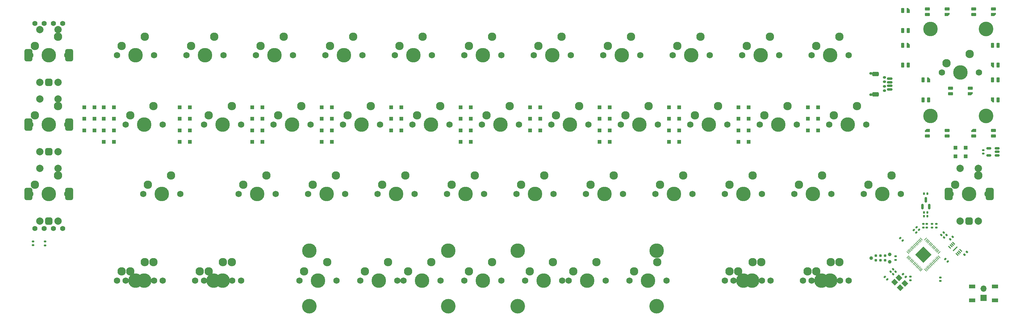
<source format=gbr>
%TF.GenerationSoftware,KiCad,Pcbnew,8.0.5*%
%TF.CreationDate,2024-11-01T20:36:06+01:00*%
%TF.ProjectId,eurovISOn,6575726f-7649-4534-9f6e-2e6b69636164,rev?*%
%TF.SameCoordinates,Original*%
%TF.FileFunction,Soldermask,Bot*%
%TF.FilePolarity,Negative*%
%FSLAX46Y46*%
G04 Gerber Fmt 4.6, Leading zero omitted, Abs format (unit mm)*
G04 Created by KiCad (PCBNEW 8.0.5) date 2024-11-01 20:36:06*
%MOMM*%
%LPD*%
G01*
G04 APERTURE LIST*
G04 Aperture macros list*
%AMRoundRect*
0 Rectangle with rounded corners*
0 $1 Rounding radius*
0 $2 $3 $4 $5 $6 $7 $8 $9 X,Y pos of 4 corners*
0 Add a 4 corners polygon primitive as box body*
4,1,4,$2,$3,$4,$5,$6,$7,$8,$9,$2,$3,0*
0 Add four circle primitives for the rounded corners*
1,1,$1+$1,$2,$3*
1,1,$1+$1,$4,$5*
1,1,$1+$1,$6,$7*
1,1,$1+$1,$8,$9*
0 Add four rect primitives between the rounded corners*
20,1,$1+$1,$2,$3,$4,$5,0*
20,1,$1+$1,$4,$5,$6,$7,0*
20,1,$1+$1,$6,$7,$8,$9,0*
20,1,$1+$1,$8,$9,$2,$3,0*%
%AMRotRect*
0 Rectangle, with rotation*
0 The origin of the aperture is its center*
0 $1 length*
0 $2 width*
0 $3 Rotation angle, in degrees counterclockwise*
0 Add horizontal line*
21,1,$1,$2,0,0,$3*%
%AMFreePoly0*
4,1,18,-0.410000,0.593000,-0.403758,0.624380,-0.385983,0.650983,-0.359380,0.668758,-0.328000,0.675000,0.328000,0.675000,0.359380,0.668758,0.385983,0.650983,0.403758,0.624380,0.410000,0.593000,0.410000,-0.593000,0.403758,-0.624380,0.385983,-0.650983,0.359380,-0.668758,0.328000,-0.675000,0.000000,-0.675000,-0.410000,-0.265000,-0.410000,0.593000,-0.410000,0.593000,$1*%
G04 Aperture macros list end*
%ADD10C,1.750000*%
%ADD11C,3.987800*%
%ADD12C,2.300000*%
%ADD13C,1.397000*%
%ADD14C,4.000000*%
%ADD15C,2.000000*%
%ADD16RoundRect,0.500000X0.500000X-0.500000X0.500000X0.500000X-0.500000X0.500000X-0.500000X-0.500000X0*%
%ADD17RoundRect,0.550000X0.550000X-1.150000X0.550000X1.150000X-0.550000X1.150000X-0.550000X-1.150000X0*%
%ADD18RoundRect,0.150000X0.150000X-0.587500X0.150000X0.587500X-0.150000X0.587500X-0.150000X-0.587500X0*%
%ADD19RoundRect,0.250000X0.300000X0.300000X-0.300000X0.300000X-0.300000X-0.300000X0.300000X-0.300000X0*%
%ADD20RoundRect,0.140000X-0.219203X-0.021213X-0.021213X-0.219203X0.219203X0.021213X0.021213X0.219203X0*%
%ADD21RoundRect,0.082000X-0.328000X-0.593000X0.328000X-0.593000X0.328000X0.593000X-0.328000X0.593000X0*%
%ADD22FreePoly0,0.000000*%
%ADD23RoundRect,0.140000X0.219203X0.021213X0.021213X0.219203X-0.219203X-0.021213X-0.021213X-0.219203X0*%
%ADD24RoundRect,0.082000X-0.593000X0.328000X-0.593000X-0.328000X0.593000X-0.328000X0.593000X0.328000X0*%
%ADD25FreePoly0,270.000000*%
%ADD26RoundRect,0.250000X-0.300000X-0.300000X0.300000X-0.300000X0.300000X0.300000X-0.300000X0.300000X0*%
%ADD27RoundRect,0.082000X0.328000X0.593000X-0.328000X0.593000X-0.328000X-0.593000X0.328000X-0.593000X0*%
%ADD28FreePoly0,180.000000*%
%ADD29RoundRect,0.140000X-0.170000X0.140000X-0.170000X-0.140000X0.170000X-0.140000X0.170000X0.140000X0*%
%ADD30C,0.990600*%
%ADD31C,0.787400*%
%ADD32RoundRect,0.135000X-0.185000X0.135000X-0.185000X-0.135000X0.185000X-0.135000X0.185000X0.135000X0*%
%ADD33RoundRect,0.150000X0.625000X-0.150000X0.625000X0.150000X-0.625000X0.150000X-0.625000X-0.150000X0*%
%ADD34RoundRect,0.250000X0.650000X-0.350000X0.650000X0.350000X-0.650000X0.350000X-0.650000X-0.350000X0*%
%ADD35RoundRect,0.050000X0.309359X-0.238649X-0.238649X0.309359X-0.309359X0.238649X0.238649X-0.309359X0*%
%ADD36RoundRect,0.050000X0.309359X0.238649X0.238649X0.309359X-0.309359X-0.238649X-0.238649X-0.309359X0*%
%ADD37RoundRect,0.144000X2.059095X0.000000X0.000000X2.059095X-2.059095X0.000000X0.000000X-2.059095X0*%
%ADD38RoundRect,0.140000X0.170000X-0.140000X0.170000X0.140000X-0.170000X0.140000X-0.170000X-0.140000X0*%
%ADD39RoundRect,0.082000X0.593000X-0.328000X0.593000X0.328000X-0.593000X0.328000X-0.593000X-0.328000X0*%
%ADD40FreePoly0,90.000000*%
%ADD41RoundRect,0.150000X0.512500X0.150000X-0.512500X0.150000X-0.512500X-0.150000X0.512500X-0.150000X0*%
%ADD42RoundRect,0.140000X0.021213X-0.219203X0.219203X-0.021213X-0.021213X0.219203X-0.219203X0.021213X0*%
%ADD43RoundRect,0.135000X0.185000X-0.135000X0.185000X0.135000X-0.185000X0.135000X-0.185000X-0.135000X0*%
%ADD44RoundRect,0.140000X-0.140000X-0.170000X0.140000X-0.170000X0.140000X0.170000X-0.140000X0.170000X0*%
%ADD45RotRect,1.400000X1.200000X315.000000*%
%ADD46RoundRect,0.140000X0.140000X0.170000X-0.140000X0.170000X-0.140000X-0.170000X0.140000X-0.170000X0*%
%ADD47RoundRect,0.135000X-0.226274X-0.035355X-0.035355X-0.226274X0.226274X0.035355X0.035355X0.226274X0*%
%ADD48RotRect,0.900000X0.300000X135.000000*%
%ADD49RotRect,1.650000X0.250000X45.000000*%
%ADD50RoundRect,0.150000X0.275000X-0.150000X0.275000X0.150000X-0.275000X0.150000X-0.275000X-0.150000X0*%
%ADD51RoundRect,0.175000X0.225000X-0.175000X0.225000X0.175000X-0.225000X0.175000X-0.225000X-0.175000X0*%
%ADD52R,1.700000X1.700000*%
%ADD53O,1.700000X1.700000*%
%ADD54RoundRect,0.140000X-0.021213X0.219203X-0.219203X0.021213X0.021213X-0.219203X0.219203X-0.021213X0*%
%ADD55RoundRect,0.135000X0.035355X-0.226274X0.226274X-0.035355X-0.035355X0.226274X-0.226274X0.035355X0*%
%ADD56R,1.700000X1.000000*%
G04 APERTURE END LIST*
D10*
%TO.C,MX49*%
X107632500Y-93662500D03*
D11*
X112712500Y-93662500D03*
D10*
X117792500Y-93662500D03*
D12*
X108902500Y-91122500D03*
X115252500Y-88582500D03*
%TD*%
D10*
%TO.C,MX3*%
X60007500Y-31750000D03*
D11*
X65087500Y-31750000D03*
D10*
X70167500Y-31750000D03*
D12*
X61277500Y-29210000D03*
X67627500Y-26670000D03*
%TD*%
D10*
%TO.C,MX18*%
X102870000Y-50800000D03*
D11*
X107950000Y-50800000D03*
D10*
X113030000Y-50800000D03*
D12*
X104140000Y-48260000D03*
X110490000Y-45720000D03*
%TD*%
D10*
%TO.C,MX43*%
X152876250Y-93662500D03*
D11*
X157956250Y-93662500D03*
D10*
X163036250Y-93662500D03*
D12*
X154146250Y-91122500D03*
X160496250Y-88582500D03*
%TD*%
D10*
%TO.C,MX12*%
X231457500Y-31750000D03*
D11*
X236537500Y-31750000D03*
D10*
X241617500Y-31750000D03*
D12*
X232727500Y-29210000D03*
X239077500Y-26670000D03*
%TD*%
D10*
%TO.C,MX33*%
X169545000Y-69850000D03*
D11*
X174625000Y-69850000D03*
D10*
X179705000Y-69850000D03*
D12*
X170815000Y-67310000D03*
X177165000Y-64770000D03*
%TD*%
D10*
%TO.C,MX4*%
X79057500Y-31750000D03*
D11*
X84137500Y-31750000D03*
D10*
X89217500Y-31750000D03*
D12*
X80327500Y-29210000D03*
X86677500Y-26670000D03*
%TD*%
D13*
%TO.C,OL2*%
X18415000Y-79375000D03*
X20955000Y-79375000D03*
X23495000Y-79375000D03*
X26035000Y-79375000D03*
%TD*%
D10*
%TO.C,MX51*%
X207645000Y-93662500D03*
D11*
X212725000Y-93662500D03*
D10*
X217805000Y-93662500D03*
D12*
X208915000Y-91122500D03*
X215265000Y-88582500D03*
%TD*%
D10*
%TO.C,MX24*%
X217170000Y-50800000D03*
D11*
X222250000Y-50800000D03*
D10*
X227330000Y-50800000D03*
D12*
X218440000Y-48260000D03*
X224790000Y-45720000D03*
%TD*%
D10*
%TO.C,MX13*%
X267176250Y-36512500D03*
D11*
X272256250Y-36512500D03*
D10*
X277336250Y-36512500D03*
D12*
X268446250Y-33972500D03*
X274796250Y-31432500D03*
%TD*%
D11*
%TO.C,S1*%
X264001250Y-24606250D03*
X264001250Y-48418750D03*
D14*
X279241250Y-24606250D03*
X279241250Y-48418750D03*
%TD*%
D10*
%TO.C,MX48*%
X62388750Y-93662500D03*
D11*
X67468750Y-93662500D03*
D10*
X72548750Y-93662500D03*
D12*
X63658750Y-91122500D03*
X70008750Y-88582500D03*
%TD*%
D10*
%TO.C,MX27*%
X48101250Y-69850000D03*
D11*
X53181250Y-69850000D03*
D10*
X58261250Y-69850000D03*
D12*
X49371250Y-67310000D03*
X55721250Y-64770000D03*
%TD*%
D15*
%TO.C,SW3*%
X19725000Y-39250000D03*
X24725000Y-39250000D03*
D16*
X22225000Y-39250000D03*
D17*
X16625000Y-31750000D03*
X27825000Y-31750000D03*
D15*
X24725000Y-24750000D03*
X19725000Y-24750000D03*
%TD*%
D10*
%TO.C,MX38*%
X269557500Y-69850000D03*
D11*
X274637500Y-69850000D03*
D10*
X279717500Y-69850000D03*
D12*
X270827500Y-67310000D03*
X277177500Y-64770000D03*
%TD*%
D15*
%TO.C,SW6*%
X19725000Y-77350000D03*
X24725000Y-77350000D03*
D16*
X22225000Y-77350000D03*
D17*
X16625000Y-69850000D03*
X27825000Y-69850000D03*
D15*
X24725000Y-62850000D03*
X19725000Y-62850000D03*
%TD*%
D10*
%TO.C,MX34*%
X188595000Y-69850000D03*
D11*
X193675000Y-69850000D03*
D10*
X198755000Y-69850000D03*
D12*
X189865000Y-67310000D03*
X196215000Y-64770000D03*
%TD*%
D10*
%TO.C,MX14*%
X17145000Y-50800000D03*
D11*
X22225000Y-50800000D03*
D10*
X27305000Y-50800000D03*
D12*
X18415000Y-48260000D03*
X24765000Y-45720000D03*
%TD*%
D10*
%TO.C,MX2*%
X40957500Y-31750000D03*
D11*
X46037500Y-31750000D03*
D10*
X51117500Y-31750000D03*
D12*
X42227500Y-29210000D03*
X48577500Y-26670000D03*
%TD*%
D10*
%TO.C,MX52*%
X229076250Y-93662500D03*
D11*
X234156250Y-93662500D03*
D10*
X239236250Y-93662500D03*
D12*
X230346250Y-91122500D03*
X236696250Y-88582500D03*
%TD*%
D14*
%TO.C,S3*%
X188912500Y-100647500D03*
D11*
X188912500Y-85407500D03*
D14*
X150812500Y-100647500D03*
D11*
X150812500Y-85407500D03*
%TD*%
D10*
%TO.C,MX53*%
X164782500Y-93662500D03*
D11*
X169862500Y-93662500D03*
D10*
X174942500Y-93662500D03*
D12*
X166052500Y-91122500D03*
X172402500Y-88582500D03*
%TD*%
D10*
%TO.C,MX23*%
X198120000Y-50800000D03*
D11*
X203200000Y-50800000D03*
D10*
X208280000Y-50800000D03*
D12*
X199390000Y-48260000D03*
X205740000Y-45720000D03*
%TD*%
D10*
%TO.C,MX47*%
X40957500Y-93662500D03*
D11*
X46037500Y-93662500D03*
D10*
X51117500Y-93662500D03*
D12*
X42227500Y-91122500D03*
X48577500Y-88582500D03*
%TD*%
D10*
%TO.C,MX31*%
X131445000Y-69850000D03*
D11*
X136525000Y-69850000D03*
D10*
X141605000Y-69850000D03*
D12*
X132715000Y-67310000D03*
X139065000Y-64770000D03*
%TD*%
D15*
%TO.C,SW4*%
X19725000Y-58300000D03*
X24725000Y-58300000D03*
D16*
X22225000Y-58300000D03*
D17*
X16625000Y-50800000D03*
X27825000Y-50800000D03*
D15*
X24725000Y-43800000D03*
X19725000Y-43800000D03*
%TD*%
D10*
%TO.C,MX11*%
X212407500Y-31750000D03*
D11*
X217487500Y-31750000D03*
D10*
X222567500Y-31750000D03*
D12*
X213677500Y-29210000D03*
X220027500Y-26670000D03*
%TD*%
D10*
%TO.C,MX40*%
X64770000Y-93662500D03*
D11*
X69850000Y-93662500D03*
D10*
X74930000Y-93662500D03*
D12*
X66040000Y-91122500D03*
X72390000Y-88582500D03*
%TD*%
D10*
%TO.C,MX42*%
X119538750Y-93662500D03*
D11*
X124618750Y-93662500D03*
D10*
X129698750Y-93662500D03*
D12*
X120808750Y-91122500D03*
X127158750Y-88582500D03*
%TD*%
D10*
%TO.C,MX50*%
X136207500Y-93662500D03*
D11*
X141287500Y-93662500D03*
D10*
X146367500Y-93662500D03*
D12*
X137477500Y-91122500D03*
X143827500Y-88582500D03*
%TD*%
D10*
%TO.C,MX5*%
X98107500Y-31750000D03*
D11*
X103187500Y-31750000D03*
D10*
X108267500Y-31750000D03*
D12*
X99377500Y-29210000D03*
X105727500Y-26670000D03*
%TD*%
D10*
%TO.C,MX17*%
X83820000Y-50800000D03*
D11*
X88900000Y-50800000D03*
D10*
X93980000Y-50800000D03*
D12*
X85090000Y-48260000D03*
X91440000Y-45720000D03*
%TD*%
D10*
%TO.C,MX9*%
X174307500Y-31750000D03*
D11*
X179387500Y-31750000D03*
D10*
X184467500Y-31750000D03*
D12*
X175577500Y-29210000D03*
X181927500Y-26670000D03*
%TD*%
D10*
%TO.C,MX16*%
X64770000Y-50800000D03*
D11*
X69850000Y-50800000D03*
D10*
X74930000Y-50800000D03*
D12*
X66040000Y-48260000D03*
X72390000Y-45720000D03*
%TD*%
D10*
%TO.C,MX37*%
X245745000Y-69850000D03*
D11*
X250825000Y-69850000D03*
D10*
X255905000Y-69850000D03*
D12*
X247015000Y-67310000D03*
X253365000Y-64770000D03*
%TD*%
D10*
%TO.C,MX25*%
X236220000Y-50800000D03*
D11*
X241300000Y-50800000D03*
D10*
X246380000Y-50800000D03*
D12*
X237490000Y-48260000D03*
X243840000Y-45720000D03*
%TD*%
D14*
%TO.C,S2*%
X131762500Y-100647500D03*
D11*
X131762500Y-85407500D03*
D14*
X93662500Y-100647500D03*
D11*
X93662500Y-85407500D03*
%TD*%
D10*
%TO.C,MX28*%
X74295000Y-69850000D03*
D11*
X79375000Y-69850000D03*
D10*
X84455000Y-69850000D03*
D12*
X75565000Y-67310000D03*
X81915000Y-64770000D03*
%TD*%
D10*
%TO.C,MX39*%
X43338750Y-93662500D03*
D11*
X48418750Y-93662500D03*
D10*
X53498750Y-93662500D03*
D12*
X44608750Y-91122500D03*
X50958750Y-88582500D03*
%TD*%
D10*
%TO.C,MX26*%
X17145000Y-69850000D03*
D11*
X22225000Y-69850000D03*
D10*
X27305000Y-69850000D03*
D12*
X18415000Y-67310000D03*
X24765000Y-64770000D03*
%TD*%
D13*
%TO.C,OL1*%
X26035000Y-23018750D03*
X23495000Y-23018750D03*
X20955000Y-23018750D03*
X18415000Y-23018750D03*
%TD*%
D14*
%TO.C,S4*%
X188912500Y-100647500D03*
D11*
X188912500Y-85407500D03*
D14*
X93662500Y-100647500D03*
D11*
X93662500Y-85407500D03*
%TD*%
D10*
%TO.C,MX22*%
X179070000Y-50800000D03*
D11*
X184150000Y-50800000D03*
D10*
X189230000Y-50800000D03*
D12*
X180340000Y-48260000D03*
X186690000Y-45720000D03*
%TD*%
D10*
%TO.C,MX36*%
X226695000Y-69850000D03*
D11*
X231775000Y-69850000D03*
D10*
X236855000Y-69850000D03*
D12*
X227965000Y-67310000D03*
X234315000Y-64770000D03*
%TD*%
D10*
%TO.C,MX8*%
X155257500Y-31750000D03*
D11*
X160337500Y-31750000D03*
D10*
X165417500Y-31750000D03*
D12*
X156527500Y-29210000D03*
X162877500Y-26670000D03*
%TD*%
D10*
%TO.C,MX10*%
X193357500Y-31750000D03*
D11*
X198437500Y-31750000D03*
D10*
X203517500Y-31750000D03*
D12*
X194627500Y-29210000D03*
X200977500Y-26670000D03*
%TD*%
D10*
%TO.C,MX44*%
X181451250Y-93662500D03*
D11*
X186531250Y-93662500D03*
D10*
X191611250Y-93662500D03*
D12*
X182721250Y-91122500D03*
X189071250Y-88582500D03*
%TD*%
D10*
%TO.C,MX32*%
X150495000Y-69850000D03*
D11*
X155575000Y-69850000D03*
D10*
X160655000Y-69850000D03*
D12*
X151765000Y-67310000D03*
X158115000Y-64770000D03*
%TD*%
D10*
%TO.C,MX45*%
X210026250Y-93662500D03*
D11*
X215106250Y-93662500D03*
D10*
X220186250Y-93662500D03*
D12*
X211296250Y-91122500D03*
X217646250Y-88582500D03*
%TD*%
D10*
%TO.C,MX41*%
X90963750Y-93662500D03*
D11*
X96043750Y-93662500D03*
D10*
X101123750Y-93662500D03*
D12*
X92233750Y-91122500D03*
X98583750Y-88582500D03*
%TD*%
D10*
%TO.C,MX46*%
X231457500Y-93662500D03*
D11*
X236537500Y-93662500D03*
D10*
X241617500Y-93662500D03*
D12*
X232727500Y-91122500D03*
X239077500Y-88582500D03*
%TD*%
D10*
%TO.C,MX35*%
X207645000Y-69850000D03*
D11*
X212725000Y-69850000D03*
D10*
X217805000Y-69850000D03*
D12*
X208915000Y-67310000D03*
X215265000Y-64770000D03*
%TD*%
D10*
%TO.C,MX21*%
X160020000Y-50800000D03*
D11*
X165100000Y-50800000D03*
D10*
X170180000Y-50800000D03*
D12*
X161290000Y-48260000D03*
X167640000Y-45720000D03*
%TD*%
D10*
%TO.C,MX20*%
X140970000Y-50800000D03*
D11*
X146050000Y-50800000D03*
D10*
X151130000Y-50800000D03*
D12*
X142240000Y-48260000D03*
X148590000Y-45720000D03*
%TD*%
D10*
%TO.C,MX15*%
X43338750Y-50800000D03*
D11*
X48418750Y-50800000D03*
D10*
X53498750Y-50800000D03*
D12*
X44608750Y-48260000D03*
X50958750Y-45720000D03*
%TD*%
D10*
%TO.C,MX29*%
X93345000Y-69850000D03*
D11*
X98425000Y-69850000D03*
D10*
X103505000Y-69850000D03*
D12*
X94615000Y-67310000D03*
X100965000Y-64770000D03*
%TD*%
D10*
%TO.C,MX30*%
X112395000Y-69850000D03*
D11*
X117475000Y-69850000D03*
D10*
X122555000Y-69850000D03*
D12*
X113665000Y-67310000D03*
X120015000Y-64770000D03*
%TD*%
D10*
%TO.C,MX1*%
X17145000Y-31750000D03*
D11*
X22225000Y-31750000D03*
D10*
X27305000Y-31750000D03*
D12*
X18415000Y-29210000D03*
X24765000Y-26670000D03*
%TD*%
D15*
%TO.C,SW5*%
X272137500Y-77350000D03*
X277137500Y-77350000D03*
D16*
X274637500Y-77350000D03*
D17*
X269037500Y-69850000D03*
X280237500Y-69850000D03*
D15*
X277137500Y-62850000D03*
X272137500Y-62850000D03*
%TD*%
D10*
%TO.C,MX19*%
X121920000Y-50800000D03*
D11*
X127000000Y-50800000D03*
D10*
X132080000Y-50800000D03*
D12*
X123190000Y-48260000D03*
X129540000Y-45720000D03*
%TD*%
D10*
%TO.C,MX6*%
X117157500Y-31750000D03*
D11*
X122237500Y-31750000D03*
D10*
X127317500Y-31750000D03*
D12*
X118427500Y-29210000D03*
X124777500Y-26670000D03*
%TD*%
D10*
%TO.C,MX7*%
X136207500Y-31750000D03*
D11*
X141287500Y-31750000D03*
D10*
X146367500Y-31750000D03*
D12*
X137477500Y-29210000D03*
X143827500Y-26670000D03*
%TD*%
D18*
%TO.C,U4*%
X263681250Y-73312500D03*
X261781250Y-73312500D03*
X262731250Y-71437500D03*
%TD*%
D19*
%TO.C,D3*%
X60931250Y-46037500D03*
X58131250Y-46037500D03*
%TD*%
D20*
%TO.C,C3*%
X251460141Y-92668543D03*
X252138963Y-93347365D03*
%TD*%
D21*
%TO.C,LED2*%
X282531250Y-38550000D03*
X281031250Y-38550000D03*
X282531250Y-44000000D03*
D22*
X281031250Y-44000000D03*
%TD*%
D19*
%TO.C,D40*%
X60931250Y-55562500D03*
X58131250Y-55562500D03*
%TD*%
D23*
%TO.C,C9*%
X260853629Y-79683280D03*
X260174807Y-79004458D03*
%TD*%
D24*
%TO.C,LED1*%
X281331250Y-53931250D03*
X281331250Y-52431250D03*
X275881250Y-53931250D03*
D25*
X275881250Y-52431250D03*
%TD*%
D19*
%TO.C,D33*%
X156975000Y-52387500D03*
X154175000Y-52387500D03*
%TD*%
D26*
%TO.C,D14*%
X31937500Y-49212500D03*
X34737500Y-49212500D03*
%TD*%
%TO.C,D26*%
X31937500Y-52387500D03*
X34737500Y-52387500D03*
%TD*%
D27*
%TO.C,LED7*%
X256425000Y-34475000D03*
X257925000Y-34475000D03*
X256425000Y-29025000D03*
D28*
X257925000Y-29025000D03*
%TD*%
D29*
%TO.C,C2*%
X258514600Y-92592144D03*
X258514600Y-93552144D03*
%TD*%
D19*
%TO.C,D24*%
X214125000Y-49212500D03*
X211325000Y-49212500D03*
%TD*%
%TO.C,D42*%
X99825000Y-55562500D03*
X97025000Y-55562500D03*
%TD*%
D29*
%TO.C,C11*%
X266700000Y-92788750D03*
X266700000Y-93748750D03*
%TD*%
D19*
%TO.C,D23*%
X195075000Y-49212500D03*
X192275000Y-49212500D03*
%TD*%
%TO.C,D28*%
X60931250Y-52387500D03*
X58131250Y-52387500D03*
%TD*%
%TO.C,D6*%
X118875000Y-46037500D03*
X116075000Y-46037500D03*
%TD*%
D21*
%TO.C,LED3*%
X282531250Y-29025000D03*
X281031250Y-29025000D03*
X282531250Y-34475000D03*
D22*
X281031250Y-34475000D03*
%TD*%
D30*
%TO.C,J5*%
X247808750Y-87471250D03*
X252888750Y-86455250D03*
X252888750Y-88487250D03*
D31*
X249078750Y-86836250D03*
X249078750Y-88106250D03*
X250348750Y-86836250D03*
X250348750Y-88106250D03*
X251618750Y-86836250D03*
X251618750Y-88106250D03*
%TD*%
D32*
%TO.C,R5*%
X264475000Y-78071250D03*
X264475000Y-79091250D03*
%TD*%
D19*
%TO.C,D4*%
X80775000Y-46037500D03*
X77975000Y-46037500D03*
%TD*%
%TO.C,D7*%
X137925000Y-46037500D03*
X135125000Y-46037500D03*
%TD*%
%TO.C,D10*%
X195075000Y-46037500D03*
X192275000Y-46037500D03*
%TD*%
%TO.C,D9*%
X176025000Y-46037500D03*
X173225000Y-46037500D03*
%TD*%
D24*
%TO.C,LED9*%
X268631250Y-53931250D03*
X268631250Y-52431250D03*
X263181250Y-53931250D03*
D25*
X263181250Y-52431250D03*
%TD*%
D19*
%TO.C,D25*%
X233175000Y-49212500D03*
X230375000Y-49212500D03*
%TD*%
%TO.C,D22*%
X176025000Y-49212500D03*
X173225000Y-49212500D03*
%TD*%
D33*
%TO.C,J2*%
X252825000Y-41187500D03*
X252825000Y-40187500D03*
X252825000Y-39187500D03*
X252825000Y-38187500D03*
D34*
X248950000Y-42487500D03*
X248950000Y-36887500D03*
%TD*%
D35*
%TO.C,U3*%
X266362907Y-87110952D03*
X266080064Y-87393795D03*
X265797222Y-87676637D03*
X265514379Y-87959480D03*
X265231536Y-88242323D03*
X264948694Y-88525165D03*
X264665851Y-88808008D03*
X264383008Y-89090851D03*
X264100165Y-89373694D03*
X263817323Y-89656536D03*
X263534480Y-89939379D03*
X263251637Y-90222222D03*
X262968795Y-90505064D03*
X262685952Y-90787907D03*
D36*
X261501548Y-90787907D03*
X261218705Y-90505064D03*
X260935863Y-90222222D03*
X260653020Y-89939379D03*
X260370177Y-89656536D03*
X260087335Y-89373694D03*
X259804492Y-89090851D03*
X259521649Y-88808008D03*
X259238806Y-88525165D03*
X258955964Y-88242323D03*
X258673121Y-87959480D03*
X258390278Y-87676637D03*
X258107436Y-87393795D03*
X257824593Y-87110952D03*
D35*
X257824593Y-85926548D03*
X258107436Y-85643705D03*
X258390278Y-85360863D03*
X258673121Y-85078020D03*
X258955964Y-84795177D03*
X259238806Y-84512335D03*
X259521649Y-84229492D03*
X259804492Y-83946649D03*
X260087335Y-83663806D03*
X260370177Y-83380964D03*
X260653020Y-83098121D03*
X260935863Y-82815278D03*
X261218705Y-82532436D03*
X261501548Y-82249593D03*
D36*
X262685952Y-82249593D03*
X262968795Y-82532436D03*
X263251637Y-82815278D03*
X263534480Y-83098121D03*
X263817323Y-83380964D03*
X264100165Y-83663806D03*
X264383008Y-83946649D03*
X264665851Y-84229492D03*
X264948694Y-84512335D03*
X265231536Y-84795177D03*
X265514379Y-85078020D03*
X265797222Y-85360863D03*
X266080064Y-85643705D03*
X266362907Y-85926548D03*
D37*
X262093750Y-86518750D03*
%TD*%
D19*
%TO.C,D31*%
X118875000Y-52387500D03*
X116075000Y-52387500D03*
%TD*%
%TO.C,D12*%
X233175000Y-46037500D03*
X230375000Y-46037500D03*
%TD*%
D38*
%TO.C,C8*%
X262093750Y-79061250D03*
X262093750Y-78101250D03*
%TD*%
%TO.C,C1*%
X278473876Y-58774739D03*
X278473876Y-57814739D03*
%TD*%
D39*
%TO.C,LED10*%
X269531250Y-40850000D03*
X269531250Y-42350000D03*
X274981250Y-40850000D03*
D40*
X274981250Y-42350000D03*
%TD*%
D41*
%TO.C,U1*%
X282336376Y-57344739D03*
X282336376Y-58294739D03*
X282336376Y-59244739D03*
X280061376Y-59244739D03*
X280061376Y-57344739D03*
%TD*%
D42*
%TO.C,C18*%
X269409646Y-82283577D03*
X270088468Y-81604755D03*
%TD*%
D23*
%TO.C,C10*%
X260146324Y-80447636D03*
X259467502Y-79768814D03*
%TD*%
D39*
%TO.C,LED5*%
X263181250Y-19093750D03*
X263181250Y-20593750D03*
X268631250Y-19093750D03*
D40*
X268631250Y-20593750D03*
%TD*%
D43*
%TO.C,R1*%
X254493750Y-87981250D03*
X254493750Y-86961250D03*
%TD*%
D19*
%TO.C,D29*%
X80775000Y-52387500D03*
X77975000Y-52387500D03*
%TD*%
D44*
%TO.C,C16*%
X262251250Y-69800000D03*
X263211250Y-69800000D03*
%TD*%
D45*
%TO.C,Y1*%
X255408364Y-92877185D03*
X256963999Y-94432820D03*
X255761918Y-95634901D03*
X254206283Y-94079266D03*
%TD*%
D44*
%TO.C,C7*%
X262251250Y-74950000D03*
X263211250Y-74950000D03*
%TD*%
D42*
%TO.C,C15*%
X266971082Y-81108955D03*
X267649904Y-80430133D03*
%TD*%
D19*
%TO.C,D18*%
X99825000Y-49212500D03*
X97025000Y-49212500D03*
%TD*%
D46*
%TO.C,C17*%
X263211250Y-75943750D03*
X262251250Y-75943750D03*
%TD*%
D19*
%TO.C,D39*%
X40106250Y-55562500D03*
X37306250Y-55562500D03*
%TD*%
D47*
%TO.C,R6*%
X256492578Y-91898451D03*
X257213826Y-92619699D03*
%TD*%
D32*
%TO.C,R4*%
X265662500Y-78071250D03*
X265662500Y-79091250D03*
%TD*%
D19*
%TO.C,D8*%
X156975000Y-46037500D03*
X154175000Y-46037500D03*
%TD*%
%TO.C,D16*%
X60931250Y-49212500D03*
X58131250Y-49212500D03*
%TD*%
D48*
%TO.C,IC1*%
X272345280Y-85390869D03*
X271991726Y-85744423D03*
X271638173Y-86097976D03*
X271284619Y-86451530D03*
X269304720Y-84471631D03*
X269658274Y-84118077D03*
X270011827Y-83764524D03*
X270365381Y-83410970D03*
D49*
X270825000Y-84931250D03*
%TD*%
D19*
%TO.C,D35*%
X195075000Y-52387500D03*
X192275000Y-52387500D03*
%TD*%
D50*
%TO.C,J3*%
X251425000Y-41487500D03*
X251425000Y-40287500D03*
X251425000Y-39087500D03*
X251425000Y-37887500D03*
D51*
X247650000Y-42637500D03*
X247650000Y-36737500D03*
%TD*%
D19*
%TO.C,D46*%
X214125000Y-55562500D03*
X211325000Y-55562500D03*
%TD*%
D26*
%TO.C,D1*%
X31937500Y-46037500D03*
X34737500Y-46037500D03*
%TD*%
D20*
%TO.C,C13*%
X268104339Y-87766839D03*
X268783161Y-88445661D03*
%TD*%
D19*
%TO.C,D2*%
X40106250Y-46037500D03*
X37306250Y-46037500D03*
%TD*%
%TO.C,D37*%
X233175000Y-52387500D03*
X230375000Y-52387500D03*
%TD*%
%TO.C,D13*%
X273656250Y-57150000D03*
X270856250Y-57150000D03*
%TD*%
%TO.C,D15*%
X40106250Y-49212500D03*
X37306250Y-49212500D03*
%TD*%
%TO.C,D43*%
X137925000Y-55562500D03*
X135125000Y-55562500D03*
%TD*%
D52*
%TO.C,SW2*%
X278606250Y-98425000D03*
D53*
X278606250Y-95885000D03*
%TD*%
D54*
%TO.C,C6*%
X253754001Y-90521133D03*
X253075179Y-91199955D03*
%TD*%
D32*
%TO.C,R8*%
X17893094Y-82909862D03*
X17893094Y-83929862D03*
%TD*%
D19*
%TO.C,D41*%
X80775000Y-55562500D03*
X77975000Y-55562500D03*
%TD*%
%TO.C,D45*%
X195075000Y-55562500D03*
X192275000Y-55562500D03*
%TD*%
D39*
%TO.C,LED4*%
X275881250Y-19093750D03*
X275881250Y-20593750D03*
X281331250Y-19093750D03*
D40*
X281331250Y-20593750D03*
%TD*%
D19*
%TO.C,D17*%
X80775000Y-49212500D03*
X77975000Y-49212500D03*
%TD*%
%TO.C,D38*%
X273656250Y-59531250D03*
X270856250Y-59531250D03*
%TD*%
%TO.C,D20*%
X137925000Y-49212500D03*
X135125000Y-49212500D03*
%TD*%
%TO.C,D34*%
X176025000Y-52387500D03*
X173225000Y-52387500D03*
%TD*%
%TO.C,D21*%
X156975000Y-49212500D03*
X154175000Y-49212500D03*
%TD*%
%TO.C,D36*%
X214125000Y-52387500D03*
X211325000Y-52387500D03*
%TD*%
D38*
%TO.C,C4*%
X263016372Y-79061250D03*
X263016372Y-78101250D03*
%TD*%
D19*
%TO.C,D44*%
X176025000Y-55562500D03*
X173225000Y-55562500D03*
%TD*%
D23*
%TO.C,C12*%
X256418568Y-82676050D03*
X255739746Y-81997228D03*
%TD*%
D19*
%TO.C,D30*%
X99825000Y-52387500D03*
X97025000Y-52387500D03*
%TD*%
%TO.C,D11*%
X214125000Y-46037500D03*
X211325000Y-46037500D03*
%TD*%
D54*
%TO.C,C14*%
X254497562Y-91239171D03*
X253818740Y-91917993D03*
%TD*%
D19*
%TO.C,D5*%
X99825000Y-46037500D03*
X97025000Y-46037500D03*
%TD*%
D27*
%TO.C,LED6*%
X256425000Y-24950000D03*
X257925000Y-24950000D03*
X256425000Y-19500000D03*
D28*
X257925000Y-19500000D03*
%TD*%
D19*
%TO.C,D32*%
X137925000Y-52387500D03*
X135125000Y-52387500D03*
%TD*%
%TO.C,D27*%
X40106250Y-52387500D03*
X37306250Y-52387500D03*
%TD*%
D42*
%TO.C,C5*%
X267764689Y-81797709D03*
X268443511Y-81118887D03*
%TD*%
D27*
%TO.C,LED8*%
X261981250Y-44000000D03*
X263481250Y-44000000D03*
X261981250Y-38550000D03*
D28*
X263481250Y-38550000D03*
%TD*%
D55*
%TO.C,R9*%
X273313268Y-86503380D03*
X274034516Y-85782132D03*
%TD*%
D56*
%TO.C,SW1*%
X275431250Y-99075000D03*
X281731250Y-99075000D03*
X275431250Y-95275000D03*
X281731250Y-95275000D03*
%TD*%
D32*
%TO.C,R10*%
X21205000Y-82943750D03*
X21205000Y-83963750D03*
%TD*%
D19*
%TO.C,D19*%
X118875000Y-49212500D03*
X116075000Y-49212500D03*
%TD*%
M02*

</source>
